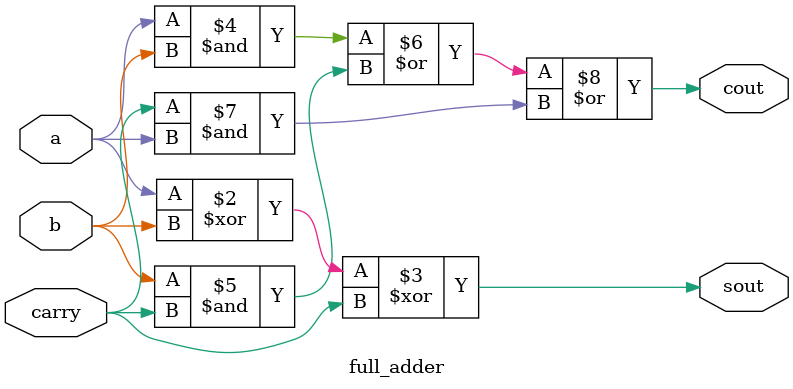
<source format=v>
`timescale 1ns / 1ps

module full_adder(
input a,
input b,
input carry,
output reg sout,
output reg cout
    );
    
    always@* begin
        sout= a^b^carry;
        cout = (a & b) | (b & carry) | (carry & a);
    end
endmodule

</source>
